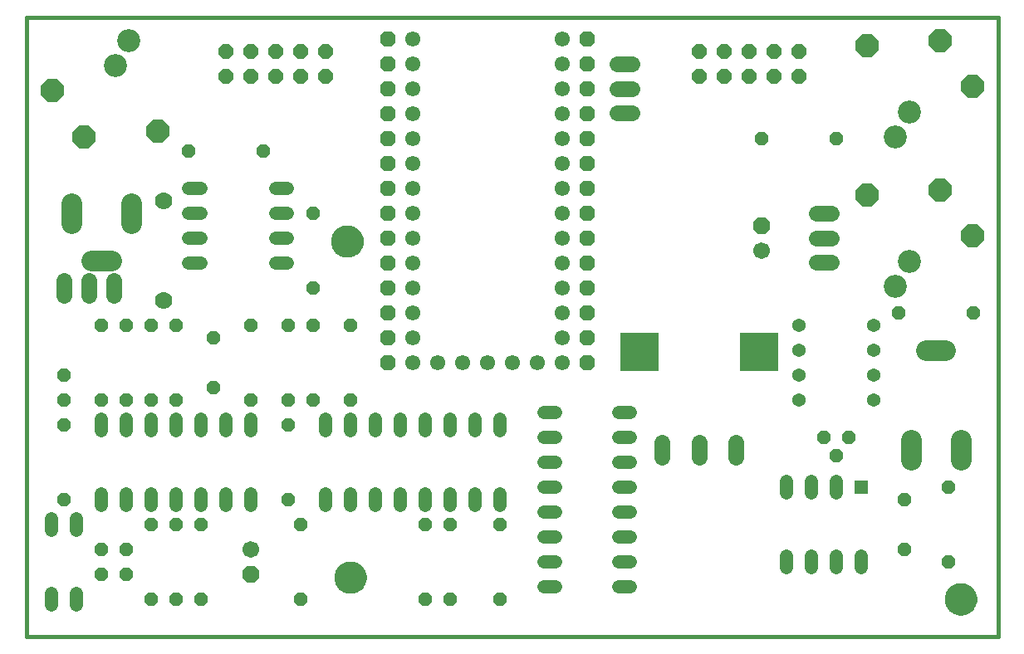
<source format=gbs>
G75*
%MOIN*%
%OFA0B0*%
%FSLAX24Y24*%
%IPPOS*%
%LPD*%
%AMOC8*
5,1,8,0,0,1.08239X$1,22.5*
%
%ADD10C,0.0160*%
%ADD11C,0.0000*%
%ADD12C,0.1300*%
%ADD13OC8,0.0925*%
%ADD14C,0.0925*%
%ADD15OC8,0.0670*%
%ADD16C,0.0670*%
%ADD17OC8,0.0520*%
%ADD18C,0.0610*%
%ADD19C,0.0827*%
%ADD20C,0.0640*%
%ADD21C,0.0700*%
%ADD22OC8,0.0631*%
%ADD23C,0.0520*%
%ADD24R,0.0520X0.0520*%
%ADD25C,0.0631*%
%ADD26C,0.0820*%
%ADD27R,0.1542X0.1542*%
%ADD28OC8,0.0580*%
%ADD29C,0.0540*%
D10*
X003260Y001095D02*
X003260Y025966D01*
X042260Y025970D01*
X042260Y001095D01*
X003260Y001095D01*
D11*
X015630Y003470D02*
X015632Y003520D01*
X015638Y003570D01*
X015648Y003619D01*
X015662Y003667D01*
X015679Y003714D01*
X015700Y003759D01*
X015725Y003803D01*
X015753Y003844D01*
X015785Y003883D01*
X015819Y003920D01*
X015856Y003954D01*
X015896Y003984D01*
X015938Y004011D01*
X015982Y004035D01*
X016028Y004056D01*
X016075Y004072D01*
X016123Y004085D01*
X016173Y004094D01*
X016222Y004099D01*
X016273Y004100D01*
X016323Y004097D01*
X016372Y004090D01*
X016421Y004079D01*
X016469Y004064D01*
X016515Y004046D01*
X016560Y004024D01*
X016603Y003998D01*
X016644Y003969D01*
X016683Y003937D01*
X016719Y003902D01*
X016751Y003864D01*
X016781Y003824D01*
X016808Y003781D01*
X016831Y003737D01*
X016850Y003691D01*
X016866Y003643D01*
X016878Y003594D01*
X016886Y003545D01*
X016890Y003495D01*
X016890Y003445D01*
X016886Y003395D01*
X016878Y003346D01*
X016866Y003297D01*
X016850Y003249D01*
X016831Y003203D01*
X016808Y003159D01*
X016781Y003116D01*
X016751Y003076D01*
X016719Y003038D01*
X016683Y003003D01*
X016644Y002971D01*
X016603Y002942D01*
X016560Y002916D01*
X016515Y002894D01*
X016469Y002876D01*
X016421Y002861D01*
X016372Y002850D01*
X016323Y002843D01*
X016273Y002840D01*
X016222Y002841D01*
X016173Y002846D01*
X016123Y002855D01*
X016075Y002868D01*
X016028Y002884D01*
X015982Y002905D01*
X015938Y002929D01*
X015896Y002956D01*
X015856Y002986D01*
X015819Y003020D01*
X015785Y003057D01*
X015753Y003096D01*
X015725Y003137D01*
X015700Y003181D01*
X015679Y003226D01*
X015662Y003273D01*
X015648Y003321D01*
X015638Y003370D01*
X015632Y003420D01*
X015630Y003470D01*
X015505Y016970D02*
X015507Y017020D01*
X015513Y017070D01*
X015523Y017119D01*
X015537Y017167D01*
X015554Y017214D01*
X015575Y017259D01*
X015600Y017303D01*
X015628Y017344D01*
X015660Y017383D01*
X015694Y017420D01*
X015731Y017454D01*
X015771Y017484D01*
X015813Y017511D01*
X015857Y017535D01*
X015903Y017556D01*
X015950Y017572D01*
X015998Y017585D01*
X016048Y017594D01*
X016097Y017599D01*
X016148Y017600D01*
X016198Y017597D01*
X016247Y017590D01*
X016296Y017579D01*
X016344Y017564D01*
X016390Y017546D01*
X016435Y017524D01*
X016478Y017498D01*
X016519Y017469D01*
X016558Y017437D01*
X016594Y017402D01*
X016626Y017364D01*
X016656Y017324D01*
X016683Y017281D01*
X016706Y017237D01*
X016725Y017191D01*
X016741Y017143D01*
X016753Y017094D01*
X016761Y017045D01*
X016765Y016995D01*
X016765Y016945D01*
X016761Y016895D01*
X016753Y016846D01*
X016741Y016797D01*
X016725Y016749D01*
X016706Y016703D01*
X016683Y016659D01*
X016656Y016616D01*
X016626Y016576D01*
X016594Y016538D01*
X016558Y016503D01*
X016519Y016471D01*
X016478Y016442D01*
X016435Y016416D01*
X016390Y016394D01*
X016344Y016376D01*
X016296Y016361D01*
X016247Y016350D01*
X016198Y016343D01*
X016148Y016340D01*
X016097Y016341D01*
X016048Y016346D01*
X015998Y016355D01*
X015950Y016368D01*
X015903Y016384D01*
X015857Y016405D01*
X015813Y016429D01*
X015771Y016456D01*
X015731Y016486D01*
X015694Y016520D01*
X015660Y016557D01*
X015628Y016596D01*
X015600Y016637D01*
X015575Y016681D01*
X015554Y016726D01*
X015537Y016773D01*
X015523Y016821D01*
X015513Y016870D01*
X015507Y016920D01*
X015505Y016970D01*
X040130Y002595D02*
X040132Y002645D01*
X040138Y002695D01*
X040148Y002744D01*
X040162Y002792D01*
X040179Y002839D01*
X040200Y002884D01*
X040225Y002928D01*
X040253Y002969D01*
X040285Y003008D01*
X040319Y003045D01*
X040356Y003079D01*
X040396Y003109D01*
X040438Y003136D01*
X040482Y003160D01*
X040528Y003181D01*
X040575Y003197D01*
X040623Y003210D01*
X040673Y003219D01*
X040722Y003224D01*
X040773Y003225D01*
X040823Y003222D01*
X040872Y003215D01*
X040921Y003204D01*
X040969Y003189D01*
X041015Y003171D01*
X041060Y003149D01*
X041103Y003123D01*
X041144Y003094D01*
X041183Y003062D01*
X041219Y003027D01*
X041251Y002989D01*
X041281Y002949D01*
X041308Y002906D01*
X041331Y002862D01*
X041350Y002816D01*
X041366Y002768D01*
X041378Y002719D01*
X041386Y002670D01*
X041390Y002620D01*
X041390Y002570D01*
X041386Y002520D01*
X041378Y002471D01*
X041366Y002422D01*
X041350Y002374D01*
X041331Y002328D01*
X041308Y002284D01*
X041281Y002241D01*
X041251Y002201D01*
X041219Y002163D01*
X041183Y002128D01*
X041144Y002096D01*
X041103Y002067D01*
X041060Y002041D01*
X041015Y002019D01*
X040969Y002001D01*
X040921Y001986D01*
X040872Y001975D01*
X040823Y001968D01*
X040773Y001965D01*
X040722Y001966D01*
X040673Y001971D01*
X040623Y001980D01*
X040575Y001993D01*
X040528Y002009D01*
X040482Y002030D01*
X040438Y002054D01*
X040396Y002081D01*
X040356Y002111D01*
X040319Y002145D01*
X040285Y002182D01*
X040253Y002221D01*
X040225Y002262D01*
X040200Y002306D01*
X040179Y002351D01*
X040162Y002398D01*
X040148Y002446D01*
X040138Y002495D01*
X040132Y002545D01*
X040130Y002595D01*
D12*
X040760Y002595D03*
X016260Y003470D03*
X016135Y016970D03*
D13*
X008520Y021375D03*
X005570Y021165D03*
X004290Y023015D03*
X037000Y024815D03*
X039950Y025025D03*
X041230Y023175D03*
X039950Y019025D03*
X037000Y018815D03*
X041230Y017175D03*
D14*
X038690Y016155D03*
X038140Y015165D03*
X038140Y021165D03*
X038690Y022155D03*
X007380Y025025D03*
X006830Y024035D03*
D15*
X032760Y017595D03*
X012260Y003595D03*
D16*
X012260Y004595D03*
X032760Y016595D03*
D17*
X038260Y014095D03*
X041260Y014095D03*
X036260Y009095D03*
X035260Y009095D03*
X035760Y008345D03*
X038510Y006595D03*
X040260Y007095D03*
X038510Y004595D03*
X040260Y004095D03*
X022260Y002595D03*
X020260Y002595D03*
X019260Y002595D03*
X019260Y005595D03*
X020260Y005595D03*
X022260Y005595D03*
X016260Y010595D03*
X014760Y010595D03*
X013760Y010595D03*
X013760Y009595D03*
X012260Y010595D03*
X010760Y011095D03*
X009260Y010595D03*
X008260Y010595D03*
X007260Y010595D03*
X006260Y010595D03*
X004760Y010595D03*
X004760Y011595D03*
X004760Y009595D03*
X004760Y006595D03*
X006260Y004595D03*
X007260Y004595D03*
X008260Y005595D03*
X009260Y005595D03*
X010260Y005595D03*
X007260Y003595D03*
X006260Y003595D03*
X008260Y002595D03*
X009260Y002595D03*
X010260Y002595D03*
X014260Y002595D03*
X014260Y005595D03*
X013760Y006595D03*
X010760Y013095D03*
X012260Y013595D03*
X013760Y013595D03*
X014760Y013595D03*
X016260Y013595D03*
X014760Y015095D03*
X014760Y018095D03*
X012760Y020595D03*
X009760Y020595D03*
X009260Y013595D03*
X008260Y013595D03*
X007260Y013595D03*
X006260Y013595D03*
X032760Y021095D03*
X035760Y021095D03*
D18*
X024760Y021095D03*
X024760Y022095D03*
X024760Y023095D03*
X024760Y024095D03*
X024760Y025095D03*
X018760Y025095D03*
X018760Y024095D03*
X018760Y023095D03*
X018760Y022095D03*
X018760Y021095D03*
X018760Y020095D03*
X018760Y019095D03*
X018760Y018095D03*
X018760Y017095D03*
X018760Y016095D03*
X018760Y015095D03*
X018760Y014095D03*
X018760Y013095D03*
X018760Y012095D03*
X019760Y012095D03*
X020760Y012095D03*
X021760Y012095D03*
X022760Y012095D03*
X023760Y012095D03*
X024760Y012095D03*
X024760Y013095D03*
X024760Y014095D03*
X024760Y015095D03*
X024760Y016095D03*
X024760Y017095D03*
X024760Y018095D03*
X024760Y019095D03*
X024760Y020095D03*
D19*
X007480Y018489D02*
X007480Y017701D01*
X006653Y016205D02*
X005866Y016205D01*
X005078Y017701D02*
X005078Y018489D01*
D20*
X004760Y015395D02*
X004760Y014795D01*
X005760Y014795D02*
X005760Y015395D01*
X006760Y015395D02*
X006760Y014795D01*
D21*
X008760Y014595D03*
X008760Y018595D03*
D22*
X017760Y018095D03*
X017760Y017095D03*
X017760Y016095D03*
X017760Y015095D03*
X017760Y014095D03*
X017760Y013095D03*
X017760Y012095D03*
X025760Y012095D03*
X025760Y013095D03*
X025760Y014095D03*
X025760Y015095D03*
X025760Y016095D03*
X025760Y017095D03*
X025760Y018095D03*
X025760Y019095D03*
X025760Y020095D03*
X025760Y021095D03*
X025760Y022095D03*
X025760Y023095D03*
X025760Y024095D03*
X025760Y025095D03*
X017760Y025095D03*
X017760Y024095D03*
X017760Y023095D03*
X017760Y022095D03*
X017760Y021095D03*
X017760Y020095D03*
X017760Y019095D03*
D23*
X013740Y019095D02*
X013260Y019095D01*
X013260Y018095D02*
X013740Y018095D01*
X013740Y017095D02*
X013260Y017095D01*
X013260Y016095D02*
X013740Y016095D01*
X010260Y016095D02*
X009780Y016095D01*
X009780Y017095D02*
X010260Y017095D01*
X010260Y018095D02*
X009780Y018095D01*
X009780Y019095D02*
X010260Y019095D01*
X024020Y010095D02*
X024500Y010095D01*
X024500Y009095D02*
X024020Y009095D01*
X024020Y008095D02*
X024500Y008095D01*
X024500Y007095D02*
X024020Y007095D01*
X024020Y006095D02*
X024500Y006095D01*
X024500Y005095D02*
X024020Y005095D01*
X024020Y004095D02*
X024500Y004095D01*
X024500Y003095D02*
X024020Y003095D01*
X027020Y003095D02*
X027500Y003095D01*
X027500Y004095D02*
X027020Y004095D01*
X027020Y005095D02*
X027500Y005095D01*
X027500Y006095D02*
X027020Y006095D01*
X027020Y007095D02*
X027500Y007095D01*
X027500Y008095D02*
X027020Y008095D01*
X027020Y009095D02*
X027500Y009095D01*
X027500Y010095D02*
X027020Y010095D01*
X022260Y009835D02*
X022260Y009355D01*
X021260Y009355D02*
X021260Y009835D01*
X020260Y009835D02*
X020260Y009355D01*
X019260Y009355D02*
X019260Y009835D01*
X018260Y009835D02*
X018260Y009355D01*
X017260Y009355D02*
X017260Y009835D01*
X016260Y009835D02*
X016260Y009355D01*
X015260Y009355D02*
X015260Y009835D01*
X012260Y009835D02*
X012260Y009355D01*
X011260Y009355D02*
X011260Y009835D01*
X010260Y009835D02*
X010260Y009355D01*
X009260Y009355D02*
X009260Y009835D01*
X008260Y009835D02*
X008260Y009355D01*
X007260Y009355D02*
X007260Y009835D01*
X006260Y009835D02*
X006260Y009355D01*
X006260Y006835D02*
X006260Y006355D01*
X007260Y006355D02*
X007260Y006835D01*
X008260Y006835D02*
X008260Y006355D01*
X009260Y006355D02*
X009260Y006835D01*
X010260Y006835D02*
X010260Y006355D01*
X011260Y006355D02*
X011260Y006835D01*
X012260Y006835D02*
X012260Y006355D01*
X015260Y006355D02*
X015260Y006835D01*
X016260Y006835D02*
X016260Y006355D01*
X017260Y006355D02*
X017260Y006835D01*
X018260Y006835D02*
X018260Y006355D01*
X019260Y006355D02*
X019260Y006835D01*
X020260Y006835D02*
X020260Y006355D01*
X021260Y006355D02*
X021260Y006835D01*
X022260Y006835D02*
X022260Y006355D01*
X033760Y006855D02*
X033760Y007335D01*
X034760Y007335D02*
X034760Y006855D01*
X035760Y006855D02*
X035760Y007335D01*
X035760Y004335D02*
X035760Y003855D01*
X036760Y003855D02*
X036760Y004335D01*
X034760Y004335D02*
X034760Y003855D01*
X033760Y003855D02*
X033760Y004335D01*
X005260Y005355D02*
X005260Y005835D01*
X004260Y005835D02*
X004260Y005355D01*
X004260Y002835D02*
X004260Y002355D01*
X005260Y002355D02*
X005260Y002835D01*
D24*
X036760Y007095D03*
D25*
X031736Y008300D02*
X031736Y008890D01*
X030260Y008890D02*
X030260Y008300D01*
X028783Y008300D02*
X028783Y008890D01*
X034964Y016111D02*
X035555Y016111D01*
X035555Y017095D02*
X034964Y017095D01*
X034964Y018079D02*
X035555Y018079D01*
X027555Y022111D02*
X026964Y022111D01*
X026964Y023095D02*
X027555Y023095D01*
X027555Y024079D02*
X026964Y024079D01*
D26*
X039370Y012595D02*
X040150Y012595D01*
X040760Y008985D02*
X040760Y008205D01*
X038760Y008205D02*
X038760Y008985D01*
D27*
X032661Y012532D03*
X027858Y012532D03*
D28*
X030260Y023595D03*
X031260Y023595D03*
X032260Y023595D03*
X033260Y023595D03*
X034260Y023595D03*
X034260Y024595D03*
X033260Y024595D03*
X032260Y024595D03*
X031260Y024595D03*
X030260Y024595D03*
X015260Y024595D03*
X014260Y024595D03*
X013260Y024595D03*
X013260Y023595D03*
X014260Y023595D03*
X015260Y023595D03*
X012260Y023595D03*
X011260Y023595D03*
X011260Y024595D03*
X012260Y024595D03*
D29*
X034260Y013595D03*
X034260Y012595D03*
X034260Y011595D03*
X034260Y010595D03*
X037260Y010595D03*
X037260Y011595D03*
X037260Y012595D03*
X037260Y013595D03*
M02*

</source>
